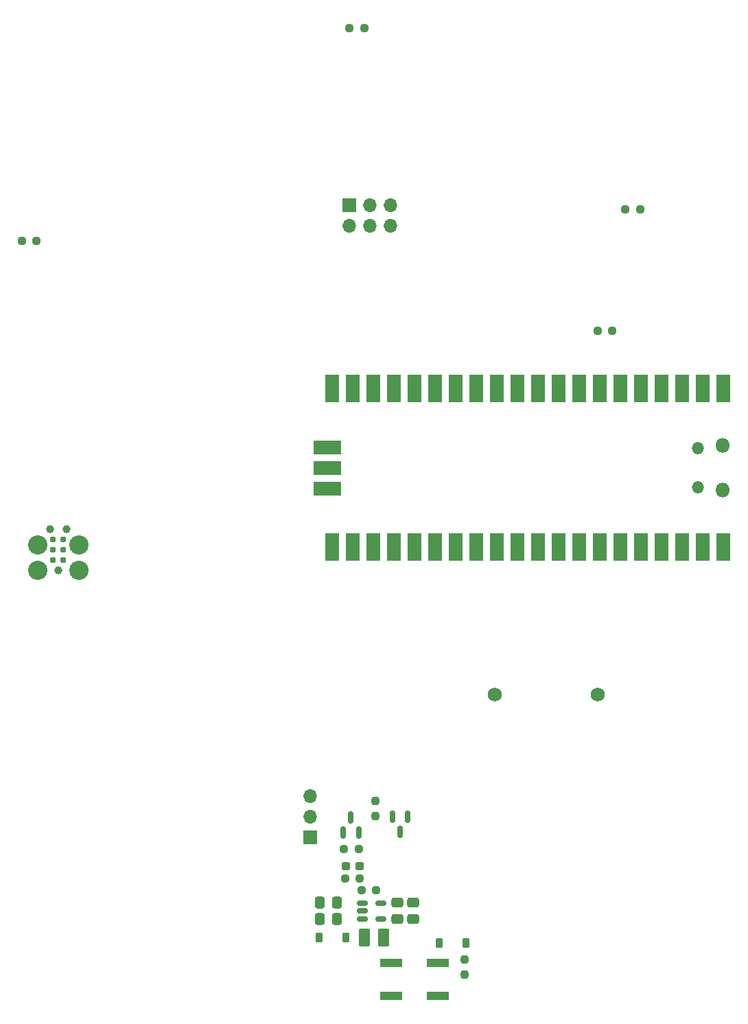
<source format=gbr>
%TF.GenerationSoftware,KiCad,Pcbnew,7.0.9*%
%TF.CreationDate,2023-12-28T12:53:37-06:00*%
%TF.ProjectId,bsidesPR,62736964-6573-4505-922e-6b696361645f,rev?*%
%TF.SameCoordinates,Original*%
%TF.FileFunction,Soldermask,Bot*%
%TF.FilePolarity,Negative*%
%FSLAX46Y46*%
G04 Gerber Fmt 4.6, Leading zero omitted, Abs format (unit mm)*
G04 Created by KiCad (PCBNEW 7.0.9) date 2023-12-28 12:53:37*
%MOMM*%
%LPD*%
G01*
G04 APERTURE LIST*
G04 Aperture macros list*
%AMRoundRect*
0 Rectangle with rounded corners*
0 $1 Rounding radius*
0 $2 $3 $4 $5 $6 $7 $8 $9 X,Y pos of 4 corners*
0 Add a 4 corners polygon primitive as box body*
4,1,4,$2,$3,$4,$5,$6,$7,$8,$9,$2,$3,0*
0 Add four circle primitives for the rounded corners*
1,1,$1+$1,$2,$3*
1,1,$1+$1,$4,$5*
1,1,$1+$1,$6,$7*
1,1,$1+$1,$8,$9*
0 Add four rect primitives between the rounded corners*
20,1,$1+$1,$2,$3,$4,$5,0*
20,1,$1+$1,$4,$5,$6,$7,0*
20,1,$1+$1,$6,$7,$8,$9,0*
20,1,$1+$1,$8,$9,$2,$3,0*%
G04 Aperture macros list end*
%ADD10RoundRect,0.250000X0.475000X-0.337500X0.475000X0.337500X-0.475000X0.337500X-0.475000X-0.337500X0*%
%ADD11RoundRect,0.237500X-0.250000X-0.237500X0.250000X-0.237500X0.250000X0.237500X-0.250000X0.237500X0*%
%ADD12RoundRect,0.250000X-0.337500X-0.475000X0.337500X-0.475000X0.337500X0.475000X-0.337500X0.475000X0*%
%ADD13R,1.700000X1.700000*%
%ADD14O,1.700000X1.700000*%
%ADD15R,3.500000X1.700000*%
%ADD16R,1.700000X3.500000*%
%ADD17O,1.800000X1.800000*%
%ADD18O,1.500000X1.500000*%
%ADD19RoundRect,0.225000X-0.225000X-0.375000X0.225000X-0.375000X0.225000X0.375000X-0.225000X0.375000X0*%
%ADD20RoundRect,0.150000X0.150000X-0.587500X0.150000X0.587500X-0.150000X0.587500X-0.150000X-0.587500X0*%
%ADD21RoundRect,0.150000X-0.150000X0.587500X-0.150000X-0.587500X0.150000X-0.587500X0.150000X0.587500X0*%
%ADD22C,2.374900*%
%ADD23C,0.990600*%
%ADD24C,0.787400*%
%ADD25RoundRect,0.237500X-0.237500X0.250000X-0.237500X-0.250000X0.237500X-0.250000X0.237500X0.250000X0*%
%ADD26C,1.734000*%
%ADD27R,2.750000X1.000000*%
%ADD28RoundRect,0.237500X0.250000X0.237500X-0.250000X0.237500X-0.250000X-0.237500X0.250000X-0.237500X0*%
%ADD29RoundRect,0.237500X-0.300000X-0.237500X0.300000X-0.237500X0.300000X0.237500X-0.300000X0.237500X0*%
%ADD30RoundRect,0.250001X0.462499X0.849999X-0.462499X0.849999X-0.462499X-0.849999X0.462499X-0.849999X0*%
%ADD31RoundRect,0.237500X0.237500X-0.250000X0.237500X0.250000X-0.237500X0.250000X-0.237500X-0.250000X0*%
%ADD32RoundRect,0.150000X-0.512500X-0.150000X0.512500X-0.150000X0.512500X0.150000X-0.512500X0.150000X0*%
G04 APERTURE END LIST*
D10*
%TO.C,C2*%
X90196020Y-166596284D03*
X90196020Y-164521284D03*
%TD*%
D11*
%TO.C,R3*%
X85783520Y-163021284D03*
X87608520Y-163021284D03*
%TD*%
D12*
%TO.C,C4*%
X80658520Y-166521284D03*
X82733520Y-166521284D03*
%TD*%
D13*
%TO.C,J3*%
X79500000Y-156500000D03*
D14*
X79500000Y-153960000D03*
X79500000Y-151420000D03*
%TD*%
D11*
%TO.C,R2*%
X83783520Y-161521284D03*
X85608520Y-161521284D03*
%TD*%
D15*
%TO.C,U1*%
X81545000Y-108360000D03*
X81545000Y-110900000D03*
X81545000Y-113440000D03*
D16*
X130475000Y-101110000D03*
X127935000Y-101110000D03*
X125395000Y-101110000D03*
X122855000Y-101110000D03*
X120315000Y-101110000D03*
X117775000Y-101110000D03*
X115235000Y-101110000D03*
X112695000Y-101110000D03*
X110155000Y-101110000D03*
X107615000Y-101110000D03*
X105075000Y-101110000D03*
X102535000Y-101110000D03*
X99995000Y-101110000D03*
X97455000Y-101110000D03*
X94915000Y-101110000D03*
X92375000Y-101110000D03*
X89835000Y-101110000D03*
X87295000Y-101110000D03*
X84755000Y-101110000D03*
X82215000Y-101110000D03*
X82215000Y-120690000D03*
X84755000Y-120690000D03*
X87295000Y-120690000D03*
X89835000Y-120690000D03*
X92375000Y-120690000D03*
X94915000Y-120690000D03*
X97455000Y-120690000D03*
X99995000Y-120690000D03*
X102535000Y-120690000D03*
X105075000Y-120690000D03*
X107615000Y-120690000D03*
X110155000Y-120690000D03*
X112695000Y-120690000D03*
X115235000Y-120690000D03*
X117775000Y-120690000D03*
X120315000Y-120690000D03*
X122855000Y-120690000D03*
X125395000Y-120690000D03*
X127935000Y-120690000D03*
X130475000Y-120690000D03*
D17*
X130345000Y-108175000D03*
D18*
X127315000Y-108475000D03*
X127315000Y-113325000D03*
D17*
X130345000Y-113625000D03*
%TD*%
D19*
%TO.C,D52*%
X80546020Y-168871284D03*
X83846020Y-168871284D03*
%TD*%
D20*
%TO.C,Q2*%
X85450000Y-155875000D03*
X83550000Y-155875000D03*
X84500000Y-154000000D03*
%TD*%
D11*
%TO.C,R4*%
X83637500Y-157937500D03*
X85462500Y-157937500D03*
%TD*%
D21*
%TO.C,Q1*%
X89600000Y-153937500D03*
X91500000Y-153937500D03*
X90550000Y-155812500D03*
%TD*%
D11*
%TO.C,R7*%
X84337500Y-56642000D03*
X86162500Y-56642000D03*
%TD*%
D22*
%TO.C,J2*%
X45844000Y-123580000D03*
D23*
X48384000Y-123580000D03*
D22*
X50924000Y-123580000D03*
X45844000Y-120405000D03*
X50924000Y-120405000D03*
D23*
X47368000Y-118500000D03*
X49400000Y-118500000D03*
D24*
X47749000Y-122310000D03*
X49019000Y-122310000D03*
X47749000Y-121040000D03*
X49019000Y-121040000D03*
X47749000Y-119770000D03*
X49019000Y-119770000D03*
%TD*%
D25*
%TO.C,R1*%
X98500000Y-171587500D03*
X98500000Y-173412500D03*
%TD*%
D26*
%TO.C,BT2*%
X102250000Y-138905000D03*
X114950000Y-138905000D03*
%TD*%
D11*
%TO.C,R8*%
X118337500Y-79000000D03*
X120162500Y-79000000D03*
%TD*%
D27*
%TO.C,SW1*%
X95260000Y-172000000D03*
X89500000Y-172000000D03*
X95260000Y-176000000D03*
X89500000Y-176000000D03*
%TD*%
D28*
%TO.C,R6*%
X45712500Y-82900000D03*
X43887500Y-82900000D03*
%TD*%
D29*
%TO.C,C3*%
X83833520Y-160021284D03*
X85558520Y-160021284D03*
%TD*%
D19*
%TO.C,D51*%
X95350000Y-169500000D03*
X98650000Y-169500000D03*
%TD*%
D30*
%TO.C,L1*%
X88498520Y-168871284D03*
X86173520Y-168871284D03*
%TD*%
D31*
%TO.C,R5*%
X87500000Y-153850000D03*
X87500000Y-152025000D03*
%TD*%
D13*
%TO.C,J1*%
X84268000Y-78486000D03*
D14*
X84268000Y-81026000D03*
X86808000Y-78486000D03*
X86808000Y-81026000D03*
X89348000Y-78486000D03*
X89348000Y-81026000D03*
%TD*%
D11*
%TO.C,R9*%
X114911500Y-94000000D03*
X116736500Y-94000000D03*
%TD*%
D32*
%TO.C,U2*%
X85921020Y-166521284D03*
X85921020Y-165571284D03*
X85921020Y-164621284D03*
X88196020Y-164621284D03*
X88196020Y-166521284D03*
%TD*%
D12*
%TO.C,C5*%
X80658520Y-164521284D03*
X82733520Y-164521284D03*
%TD*%
D10*
%TO.C,C1*%
X92196020Y-166596284D03*
X92196020Y-164521284D03*
%TD*%
M02*

</source>
